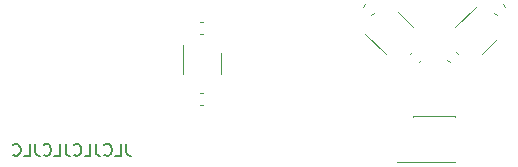
<source format=gbr>
%TF.GenerationSoftware,KiCad,Pcbnew,(6.0.5)*%
%TF.CreationDate,2022-06-21T13:00:38+02:00*%
%TF.ProjectId,Touchpad,546f7563-6870-4616-942e-6b696361645f,rev?*%
%TF.SameCoordinates,Original*%
%TF.FileFunction,Legend,Bot*%
%TF.FilePolarity,Positive*%
%FSLAX46Y46*%
G04 Gerber Fmt 4.6, Leading zero omitted, Abs format (unit mm)*
G04 Created by KiCad (PCBNEW (6.0.5)) date 2022-06-21 13:00:38*
%MOMM*%
%LPD*%
G01*
G04 APERTURE LIST*
%ADD10C,0.150000*%
%ADD11C,0.120000*%
G04 APERTURE END LIST*
D10*
X182269047Y-76552380D02*
X182269047Y-77266666D01*
X182316666Y-77409523D01*
X182411904Y-77504761D01*
X182554761Y-77552380D01*
X182650000Y-77552380D01*
X181316666Y-77552380D02*
X181792857Y-77552380D01*
X181792857Y-76552380D01*
X180411904Y-77457142D02*
X180459523Y-77504761D01*
X180602380Y-77552380D01*
X180697619Y-77552380D01*
X180840476Y-77504761D01*
X180935714Y-77409523D01*
X180983333Y-77314285D01*
X181030952Y-77123809D01*
X181030952Y-76980952D01*
X180983333Y-76790476D01*
X180935714Y-76695238D01*
X180840476Y-76600000D01*
X180697619Y-76552380D01*
X180602380Y-76552380D01*
X180459523Y-76600000D01*
X180411904Y-76647619D01*
X179697619Y-76552380D02*
X179697619Y-77266666D01*
X179745238Y-77409523D01*
X179840476Y-77504761D01*
X179983333Y-77552380D01*
X180078571Y-77552380D01*
X178745238Y-77552380D02*
X179221428Y-77552380D01*
X179221428Y-76552380D01*
X177840476Y-77457142D02*
X177888095Y-77504761D01*
X178030952Y-77552380D01*
X178126190Y-77552380D01*
X178269047Y-77504761D01*
X178364285Y-77409523D01*
X178411904Y-77314285D01*
X178459523Y-77123809D01*
X178459523Y-76980952D01*
X178411904Y-76790476D01*
X178364285Y-76695238D01*
X178269047Y-76600000D01*
X178126190Y-76552380D01*
X178030952Y-76552380D01*
X177888095Y-76600000D01*
X177840476Y-76647619D01*
X177126190Y-76552380D02*
X177126190Y-77266666D01*
X177173809Y-77409523D01*
X177269047Y-77504761D01*
X177411904Y-77552380D01*
X177507142Y-77552380D01*
X176173809Y-77552380D02*
X176650000Y-77552380D01*
X176650000Y-76552380D01*
X175269047Y-77457142D02*
X175316666Y-77504761D01*
X175459523Y-77552380D01*
X175554761Y-77552380D01*
X175697619Y-77504761D01*
X175792857Y-77409523D01*
X175840476Y-77314285D01*
X175888095Y-77123809D01*
X175888095Y-76980952D01*
X175840476Y-76790476D01*
X175792857Y-76695238D01*
X175697619Y-76600000D01*
X175554761Y-76552380D01*
X175459523Y-76552380D01*
X175316666Y-76600000D01*
X175269047Y-76647619D01*
X174554761Y-76552380D02*
X174554761Y-77266666D01*
X174602380Y-77409523D01*
X174697619Y-77504761D01*
X174840476Y-77552380D01*
X174935714Y-77552380D01*
X173602380Y-77552380D02*
X174078571Y-77552380D01*
X174078571Y-76552380D01*
X172697619Y-77457142D02*
X172745238Y-77504761D01*
X172888095Y-77552380D01*
X172983333Y-77552380D01*
X173126190Y-77504761D01*
X173221428Y-77409523D01*
X173269047Y-77314285D01*
X173316666Y-77123809D01*
X173316666Y-76980952D01*
X173269047Y-76790476D01*
X173221428Y-76695238D01*
X173126190Y-76600000D01*
X172983333Y-76552380D01*
X172888095Y-76552380D01*
X172745238Y-76600000D01*
X172697619Y-76647619D01*
D11*
%TO.C,C3*%
X188794625Y-67285000D02*
X188513465Y-67285000D01*
X188794625Y-66265000D02*
X188513465Y-66265000D01*
%TO.C,C2*%
X207011219Y-69660030D02*
X207210030Y-69461219D01*
X206289970Y-68938781D02*
X206488781Y-68739970D01*
%TO.C,U3*%
X210125162Y-66697954D02*
X211857574Y-64965543D01*
X213674838Y-67702046D02*
X212402046Y-68974838D01*
%TO.C,C4*%
X188794625Y-72265000D02*
X188513465Y-72265000D01*
X188794625Y-73285000D02*
X188513465Y-73285000D01*
%TO.C,C6*%
X209638781Y-69660030D02*
X209439970Y-69461219D01*
X210360030Y-68938781D02*
X210161219Y-68739970D01*
%TO.C,U2*%
X190264045Y-68875000D02*
X190264045Y-70675000D01*
X187044045Y-70675000D02*
X187044045Y-68225000D01*
%TO.C,C1*%
X202488781Y-64739970D02*
X202289970Y-64938781D01*
X203210030Y-65461219D02*
X203011219Y-65660030D01*
%TO.C,U1*%
X205252046Y-65425162D02*
X206524838Y-66697954D01*
X204247954Y-68974838D02*
X202515543Y-67242426D01*
%TO.C,J1*%
X206535000Y-78115000D02*
X210065000Y-78115000D01*
X210065000Y-74250000D02*
X210065000Y-74185000D01*
X206535000Y-78115000D02*
X206535000Y-78050000D01*
X206535000Y-74250000D02*
X206535000Y-74185000D01*
X206535000Y-74185000D02*
X210065000Y-74185000D01*
X205210000Y-78050000D02*
X206535000Y-78050000D01*
X210065000Y-78115000D02*
X210065000Y-78050000D01*
%TO.C,C5*%
X213638781Y-65660030D02*
X213439970Y-65461219D01*
X214360030Y-64938781D02*
X214161219Y-64739970D01*
%TD*%
M02*

</source>
